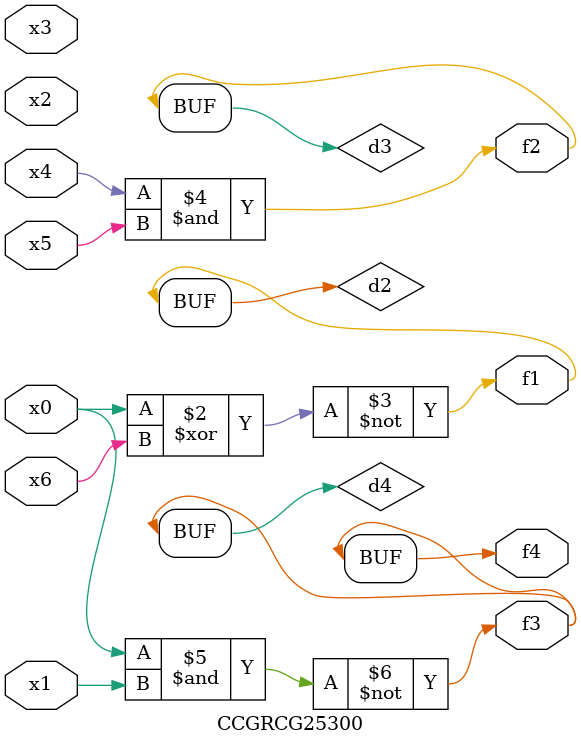
<source format=v>
module CCGRCG25300(
	input x0, x1, x2, x3, x4, x5, x6,
	output f1, f2, f3, f4
);

	wire d1, d2, d3, d4;

	nor (d1, x0);
	xnor (d2, x0, x6);
	and (d3, x4, x5);
	nand (d4, x0, x1);
	assign f1 = d2;
	assign f2 = d3;
	assign f3 = d4;
	assign f4 = d4;
endmodule

</source>
